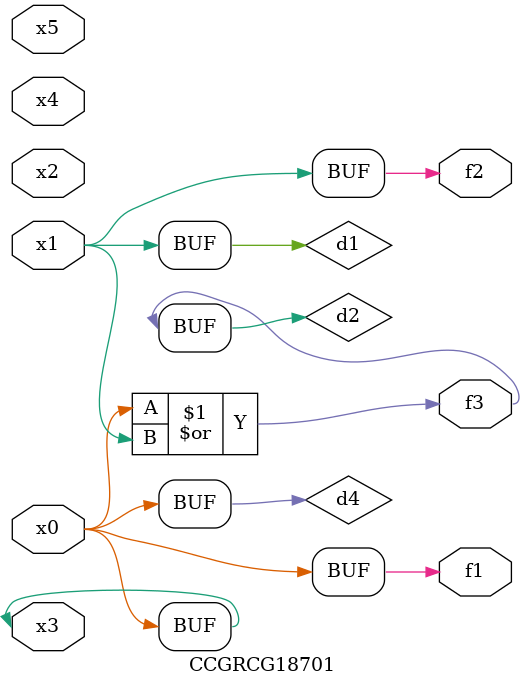
<source format=v>
module CCGRCG18701(
	input x0, x1, x2, x3, x4, x5,
	output f1, f2, f3
);

	wire d1, d2, d3, d4;

	and (d1, x1);
	or (d2, x0, x1);
	nand (d3, x0, x5);
	buf (d4, x0, x3);
	assign f1 = d4;
	assign f2 = d1;
	assign f3 = d2;
endmodule

</source>
